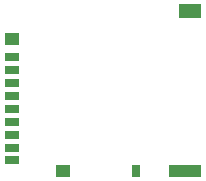
<source format=gbr>
%TF.GenerationSoftware,KiCad,Pcbnew,7.0.7-7.0.7~ubuntu22.04.1*%
%TF.CreationDate,2023-10-02T11:26:38+02:00*%
%TF.ProjectId,interrupter,696e7465-7272-4757-9074-65722e6b6963,rev?*%
%TF.SameCoordinates,Original*%
%TF.FileFunction,Paste,Top*%
%TF.FilePolarity,Positive*%
%FSLAX46Y46*%
G04 Gerber Fmt 4.6, Leading zero omitted, Abs format (unit mm)*
G04 Created by KiCad (PCBNEW 7.0.7-7.0.7~ubuntu22.04.1) date 2023-10-02 11:26:38*
%MOMM*%
%LPD*%
G01*
G04 APERTURE LIST*
%ADD10R,1.200000X0.700000*%
%ADD11R,0.800000X1.000000*%
%ADD12R,1.200000X1.000000*%
%ADD13R,2.800000X1.000000*%
%ADD14R,1.900000X1.300000*%
G04 APERTURE END LIST*
D10*
%TO.C,J2*%
X87600000Y-70090000D03*
X87600000Y-71190000D03*
X87600000Y-72290000D03*
X87600000Y-73390000D03*
X87600000Y-74490000D03*
X87600000Y-75590000D03*
X87600000Y-76690000D03*
X87600000Y-77790000D03*
X87600000Y-78740000D03*
D11*
X98100000Y-79690000D03*
D12*
X91900000Y-79690000D03*
D13*
X102250000Y-79690000D03*
D12*
X87600000Y-68540000D03*
D14*
X102700000Y-66190000D03*
%TD*%
M02*

</source>
